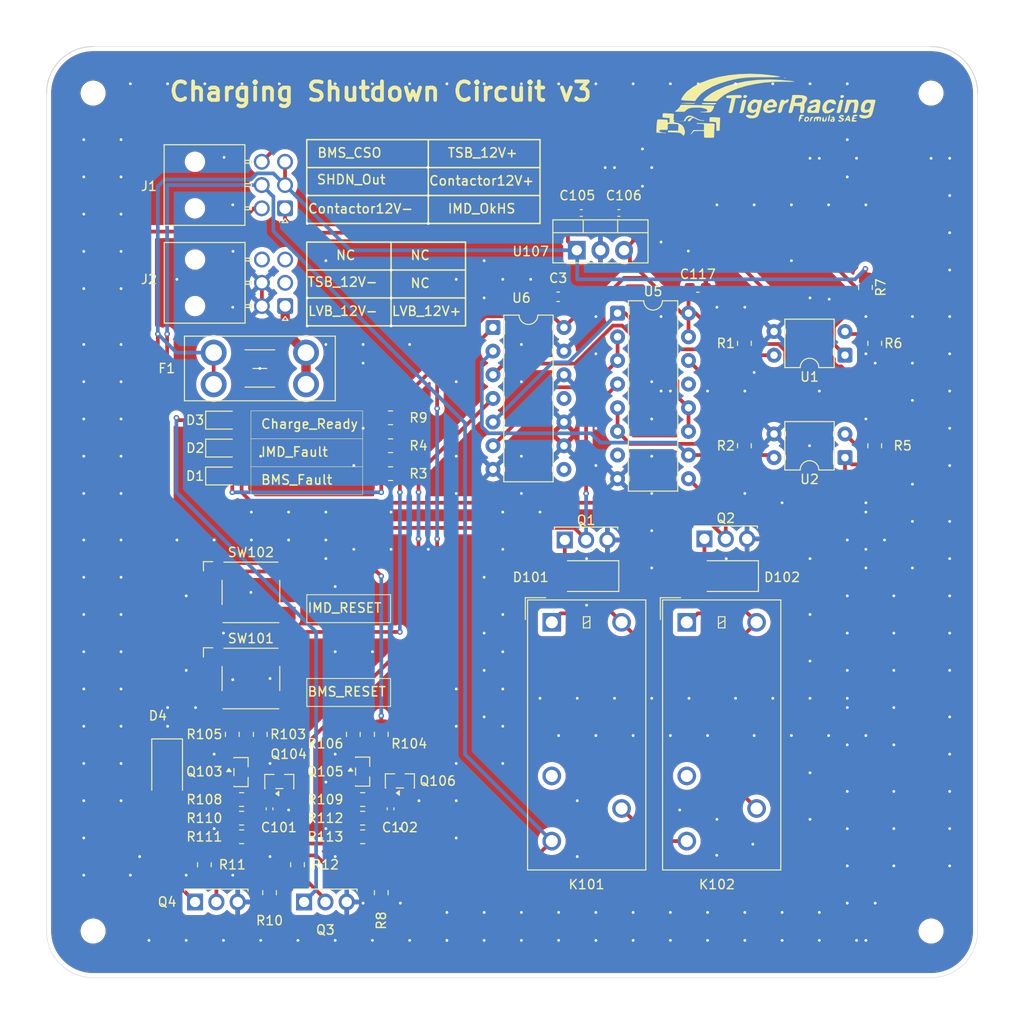
<source format=kicad_pcb>
(kicad_pcb (version 20241229) (generator "pcbnew") (generator_version "9.0")
  (layers (0 "F.Cu" signal) (2 "B.Cu" signal) (13 "F.Paste" user) (15 "B.Paste" user) (5 "F.SilkS" user "F.Silkscreen") (7 "B.SilkS" user "B.Silkscreen") (1 "F.Mask" user) (3 "B.Mask" user) (25 "Edge.Cuts" user))
  (net 0 "")
  (net 1 "+5V")
  (net 2 "GND")
  (net 3 "Net-(Q104-B)")
  (net 4 "Net-(Q103-C)")
  (net 5 "Net-(Q106-B)")
  (net 6 "Net-(Q105-C)")
  (net 7 "+12V")
  (net 8 "Net-(D1-K)")
  (net 9 "Net-(D1-A)")
  (net 10 "Net-(D2-A)")
  (net 11 "Net-(D2-K)")
  (net 12 "Net-(D3-K)")
  (net 13 "Net-(D3-A)")
  (net 14 "Net-(D101-A)")
  (net 15 "Net-(D102-A)")
  (net 16 "/+12V_LVB")
  (net 17 "/BMS_CSO")
  (net 18 "/IMD_OKhs")
  (net 21 "/Charger_SHDN")
  (net 23 "Net-(K101-Pad11)")
  (net 25 "Net-(Q103-B)")
  (net 26 "/BMS_RESET")
  (net 27 "Net-(Q105-B)")
  (net 28 "/IMD_RESET")
  (net 29 "/BMS_LV")
  (net 30 "/IMD_LV")
  (net 31 "Net-(R5-Pad1)")
  (net 32 "Net-(R6-Pad1)")
  (net 33 "Net-(R103-Pad1)")
  (net 34 "Net-(R104-Pad1)")
  (net 35 "Net-(U5A-~{S}-Pad2)")
  (net 36 "Net-(U5C-~{S}-Pad11)")
  (net 42 "Net-(Q3-G)")
  (net 43 "Net-(Q4-G)")
  (net 44 "/-12V_Contactor")
  (footprint "Capacitor_SMD:C_0402_1005Metric" (layer "F.Cu") (at 86.95 131.875 -90)
    (property "Reference" "C102")
    (property "Value" "0.01u" (hide yes))
  )
  (footprint "Resistor_SMD:R_0805_2012Metric_Pad1.20x1.40mm_HandSolder" (layer "F.Cu") (at 86.95 89.875 180)
    (property "Reference" "R9")
    (property "Value" "500" (hide yes))
  )
  (footprint "LED_SMD:LED_0805_2012Metric_Pad1.15x1.40mm_HandSolder" (layer "F.Cu") (at 68.95 93.125)
    (property "Reference" "D2")
    (property "Value" "LED" (hide yes))
  )
  (footprint "Resistor_SMD:R_0805_2012Metric_Pad1.20x1.40mm_HandSolder" (layer "F.Cu") (at 85.95 123.875 -90)
    (property "Reference" "R104")
    (property "Value" "100k" (hide yes))
  )
  (footprint "Fuse:Fuseholder_Blade_Mini_Keystone_3568" (layer "F.Cu") (at 67.95 82.875)
    (property "Reference" "F1")
    (property "Value" "Fuse" (hide yes))
  )
  (footprint "LOGO" (layer "F.Cu") (at 127.25 56.3)
    (property "Reference" "G***" (hide yes))
    (property "Value" "LOGO" (hide yes))
  )
  (footprint "Resistor_SMD:R_0805_2012Metric_Pad1.20x1.40mm_HandSolder" (layer "F.Cu") (at 72.95 123.875 -90)
    (property "Reference" "R103")
    (property "Value" "100k" (hide yes))
  )
  (footprint "Package_TO_SOT_THT:TO-251-3_Vertical" (layer "F.Cu") (at 65.95 141.875)
    (property "Reference" "Q4")
    (property "Value" "NMOS" (hide yes))
  )
  (footprint "Diode_SMD:D_SMA" (layer "F.Cu") (at 122.95 106.875 180)
    (property "Reference" "D102")
    (property "Value" "D_Schottky" (hide yes))
  )
  (footprint "Resistor_SMD:R_0805_2012Metric_Pad1.20x1.40mm_HandSolder" (layer "F.Cu") (at 69.95 123.875 90)
    (property "Reference" "R105")
    (property "Value" "10k" (hide yes))
  )
  (footprint "Package_DIP:DIP-4_W7.62mm" (layer "F.Cu") (at 135.755 94.15 180)
    (property "Reference" "U2")
    (property "Value" "SFH617A-1" (hide yes))
  )
  (footprint "Diode_SMD:D_SMA" (layer "F.Cu") (at 107.95 106.875 180)
    (property "Reference" "D101")
    (property "Value" "D_Schottky" (hide yes))
  )
  (footprint "LED_SMD:LED_0805_2012Metric_Pad1.15x1.40mm_HandSolder" (layer "F.Cu") (at 68.95 90.125)
    (property "Reference" "D3")
    (property "Value" "LED" (hide yes))
  )
  (footprint "Resistor_SMD:R_0805_2012Metric_Pad1.20x1.40mm_HandSolder" (layer "F.Cu") (at 124.95 81.875 -90)
    (property "Reference" "R1")
    (property "Value" "10k" (hide yes))
  )
  (footprint "MountingHole:MountingHole_2.2mm_M2" (layer "F.Cu") (at 55 55)
    (property "Reference" "H101" (hide yes))
    (property "Value" "MountingHole" (hide yes))
  )
  (footprint "Relay_THT:Relay_SPDT_Omron_G2RL-1" (layer "F.Cu") (at 104.2625 111.8375)
    (property "Reference" "K101")
    (property "Value" "Relay_SPDT_Omron_G2RL-1" (hide yes))
  )
  (footprint "Capacitor_SMD:C_0402_1005Metric" (layer "F.Cu") (at 111.47 67.875 180)
    (property "Reference" "C106")
    (property "Value" "0.01u" (hide yes))
  )
  (footprint "Resistor_SMD:R_0805_2012Metric_Pad1.20x1.40mm_HandSolder" (layer "F.Cu") (at 70.95 130.875)
    (property "Reference" "R108")
    (property "Value" "1k" (hide yes))
  )
  (footprint "Package_TO_SOT_SMD:SOT-23" (layer "F.Cu") (at 87.95 128.875 90)
    (property "Reference" "Q106")
    (property "Value" "Q_NPN_BEC" (hide yes))
  )
  (footprint "Resistor_SMD:R_0805_2012Metric_Pad1.20x1.40mm_HandSolder" (layer "F.Cu") (at 85.95 140.875 -90)
    (property "Reference" "R8")
    (property "Value" "10k" (hide yes))
  )
  (footprint "Resistor_SMD:R_0805_2012Metric_Pad1.20x1.40mm_HandSolder" (layer "F.Cu") (at 83.95 132.875)
    (property "Reference" "R112")
    (property "Value" "100k" (hide yes))
  )
  (footprint "Resistor_SMD:R_0805_2012Metric_Pad1.20x1.40mm_HandSolder" (layer "F.Cu") (at 124.95 92.875 -90)
    (property "Reference" "R2")
    (property "Value" "10k" (hide yes))
  )
  (footprint "LED_SMD:LED_0805_2012Metric_Pad1.15x1.40mm_HandSolder" (layer "F.Cu") (at 68.95 96.125)
    (property "Reference" "D1")
    (property "Value" "LED" (hide yes))
  )
  (footprint "Capacitor_SMD:C_0402_1005Metric" (layer "F.Cu") (at 107.43 67.875)
    (property "Reference" "C105")
    (property "Value" "0.33u" (hide yes))
  )
  (footprint "Resistor_SMD:R_0805_2012Metric_Pad1.20x1.40mm_HandSolder" (layer "F.Cu") (at 73.95 140.875 -90)
    (property "Reference" "R10")
    (property "Value" "10k" (hide yes))
  )
  (footprint "Package_TO_SOT_THT:TO-251-3_Vertical" (layer "F.Cu") (at 77.66 141.875)
    (property "Reference" "Q3")
    (property "Value" "NMOS" (hide yes))
  )
  (footprint "Resistor_SMD:R_0805_2012Metric_Pad1.20x1.40mm_HandSolder" (layer "F.Cu") (at 137.95 75.875 -90)
    (property "Reference" "R7")
    (property "Value" "1k")
  )
  (footprint "Button_Switch_SMD:SW_SPST_Omron_B3FS-100xP" (layer "F.Cu") (at 71.95 117.875)
    (property "Reference" "SW101")
    (property "Value" "SW_Omron_B3FS" (hide yes))
  )
  (footprint "Resistor_SMD:R_0805_2012Metric_Pad1.20x1.40mm_HandSolder" (layer "F.Cu") (at 83.95 130.875)
    (property "Reference" "R109")
    (property "Value" "1k" (hide yes))
  )
  (footprint "Resistor_SMD:R_0805_2012Metric_Pad1.20x1.40mm_HandSolder" (layer "F.Cu") (at 82.95 123.875 90)
    (property "Reference" "R106")
    (property "Value" "10k" (hide yes))
  )
  (footprint "Package_DIP:DIP-4_W7.62mm" (layer "F.Cu") (at 135.755 83.15 180)
    (property "Reference" "U1")
    (property "Value" "SFH617A-1" (hide yes))
  )
  (footprint "Resistor_SMD:R_0805_2012Metric_Pad1.20x1.40mm_HandSolder" (layer "F.Cu") (at 86.95 95.875 180)
    (property "Reference" "R3")
    (property "Value" "500" (hide yes))
  )
  (footprint "Resistor_SMD:R_0805_2012Metric_Pad1.20x1.40mm_HandSolder" (layer "F.Cu") (at 138.95 81.875 -90)
    (property "Reference" "R6")
    (property "Value" "1k" (hide yes))
  )
  (footprint "Capacitor_SMD:C_0603_1608Metric_Pad1.08x0.95mm_HandSolder" (layer "F.Cu") (at 104.95 76.875 180)
    (property "Reference" "C3")
    (property "Value" "100n" (hide yes))
  )
  (footprint "MountingHole:MountingHole_2.2mm_M2" (layer "F.Cu") (at 145 145)
    (property "Reference" "H103" (hide yes))
    (property "Value" "MountingHole" (hide yes))
  )
  (footprint "Resistor_SMD:R_0805_2012Metric_Pad1.20x1.40mm_HandSolder" (layer "F.Cu") (at 66.95 137.875 -90)
    (property "Reference" "R11")
    (property "Value" "100" (hide yes))
  )
  (footprint "Diode_SMD:D_SMA" (layer "F.Cu") (at 62.95 127.875 -90)
    (property "Reference" "D4")
    (property "Value" "D_Schottky" (hide yes))
  )
  (footprint "Resistor_SMD:R_0805_2012Metric_Pad1.20x1.40mm_HandSolder" (layer "F.Cu") (at 70.95 132.875)
    (property "Reference" "R110")
    (property "Value" "100k" (hide yes))
  )
  (footprint "Connector_Molex:Molex_Nano-Fit_105314-xx06_2x03_P2.50mm_Horizontal" (layer "F.Cu") (at 75.615 67.375 180)
    (property "Reference" "J1")
    (property "Value" "Molex6pin" (hide yes))
  )
  (footprint "Button_Switch_SMD:SW_SPST_Omron_B3FS-100xP" (layer "F.Cu") (at 71.95 108.625)
    (property "Reference" "SW102")
    (property "Value" "SW_Omron_B3FS" (hide yes))
  )
  (footprint "Resistor_SMD:R_0805_2012Metric_Pad1.20x1.40mm_HandSolder" (layer "F.Cu") (at 83.95 134.875)
    (property "Reference" "R113")
    (property "Value" "1k" (hide yes))
  )
  (footprint "Resistor_SMD:R_0805_2012Metric_Pad1.20x1.40mm_HandSolder" (layer "F.Cu") (at 86.95 92.875 180)
    (property "Reference" "R4")
    (property "Value" "500" (hide yes))
  )
  (footprint "Package_DIP:DIP-16_W7.62mm" (layer "F.Cu") (at 111.33 78.635)
    (property "Reference" "U5")
    (property "Value" "74LS279" (hide yes))
  )
  (footprint "Relay_THT:Relay_SPDT_Omron_G2RL-1" (layer "F.Cu") (at 118.7625 111.8375)
    (property "Reference" "K102")
    (property "Value" "Relay_SPDT_Omron_G2RL-1" (hide yes))
  )
  (footprint "Connector_Molex:Molex_Nano-Fit_105314-xx06_2x03_P2.50mm_Horizontal" (layer "F.Cu") (at 75.63 77.875 180)
    (property "Reference" "J2")
    (property "Value" "Molex6pin" (hide yes))
  )
  (footprint "Package_TO_SOT_THT:TO-251-3_Vertical" (layer "F.Cu") (at 105.66 102.995)
    (property "Reference" "Q1")
    (property "Value" "NMOS" (hide yes))
  )
  (footprint "MountingHole:MountingHole_2.2mm_M2" (layer "F.Cu") (at 145 55)
    (property "Reference" "H102" (hide yes))
    (property "Value" "MountingHole" (hide yes))
  )
  (footprint "Package_TO_SOT_THT:TO-220-3_Vertical" (layer "F.Cu") (at 106.95 71.875)
    (property "Reference" "U107")
    (property "Value" "LM7805_TO220" (hide yes))
  )
  (footprint "Package_TO_SOT_SMD:SOT-23" (layer "F.Cu") (at 70.8875 127.925)
    (property "Reference" "Q103")
    (property "Value" "Q_NPN_BEC" (hide yes))
  )
  (footprint "Resistor_SMD:R_0805_2012Metric_Pad1.20x1.40mm_HandSolder" (layer "F.Cu") (at 138.95 92.875 90)
    (property "Reference" "R5")
    (property "Value" "1k" (hide yes))
  )
  (footprint "Package_DIP:DIP-14_W7.62mm" (layer "F.Cu") (at 97.95 80.175)
    (property "Reference" "U6")
    (property "Value" "74HC00" (hide yes))
  )
  (footprint "Package_TO_SOT_SMD:SOT-23" (layer "F.Cu") (at 83.95 127.875)
    (property "Reference" "Q105")
    (property "Value" "Q_NPN_BEC" (hide yes))
  )
  (footprint "Package_TO_SOT_SMD:SOT-23" (layer "F.Cu") (at 75 128.9375 90)
    (property "Reference" "Q104")
    (property "Value" "Q_NPN_BEC" (hide yes))
  )
  (footprint "Resistor_SMD:R_0805_2012Metric_Pad1.20x1.40mm_HandSolder" (layer "F.Cu") (at 76.95 137.875 -90)
    (property "Reference" "R12")
    (property "Value" "100" (hide yes))
  )
  (footprint "MountingHole:MountingHole_2.2mm_M2" (layer "F.Cu") (at 55 145)
    (property "Reference" "H104" (hide yes))
    (property "Value" "MountingHole" (hide yes))
  )
  (footprint "Capacitor_SMD:C_0603_1608Metric_Pad1.08x0.95mm_HandSolder" (layer "F.Cu") (at 119.95 75.875)
    (property "Reference" "C117")
    (property "Value" "100n" (hide yes))
  )
  (footprint "LOGO" (layer "F.Cu") (at 119 58)
    (property "Reference" "G***" (hide yes))
    (property "Value" "LOGO" (hide yes))
  )
  (footprint "Capacitor_SMD:C_0402_1005Metric" (layer "F.Cu") (at 73.95 131.875 -90)
    (property "Reference" "C101")
    (property "Value" "0.01u" (hide yes))
  )
  (footprint "Resistor_SMD:R_0805_2012Metric_Pad1.20x1.40mm_HandSolder" (layer "F.Cu") (at 70.95 134.875)
    (property "Reference" "R111")
    (property "Value" "1k" (hide yes))
  )
  (footprint "Package_TO_SOT_THT:TO-251-3_Vertical" (layer "F.Cu") (at 120.66 102.875)
    (property "Reference" "Q2")
    (property "Value" "NMOS" (hide yes))
  )
  (gr_line (start 91 69.059066) (end 91 60) (stroke (width 0.16)) (layer "F.SilkS"))
  (gr_line (start 71.95 95.125) (end 83.95 95.125) (stroke (width 0.05)) (layer "F.SilkS"))
  (gr_line (start 77.95 71) (end 77.95 80) (stroke (width 0.16)) (layer "F.SilkS"))
  (gr_line (start 86.95 108.875) (end 86.95 111.875) (stroke (width 0.1)) (layer "F.SilkS"))
  (gr_line (start 83.95 92.125) (end 71.95 92.125) (stroke (width 0.05)) (layer "F.SilkS"))
  (gr_line (start 71.95 98.125) (end 83.95 98.125) (stroke (width 0.05)) (layer "F.SilkS"))
  (gr_line (start 77.95 120.875) (end 86.95 120.875) (stroke (width 0.1)) (layer "F.SilkS"))
  (gr_line (start 86.95 111.875) (end 77.95 111.875) (stroke (width 0.1)) (layer "F.SilkS"))
  (gr_line (start 83.95 89.125) (end 71.95 89.125) (stroke (width 0.05)) (layer "F.SilkS"))
  (gr_line (start 77.95 108.875) (end 86.95 108.875) (stroke (width 0.1)) (layer "F.SilkS"))
  (gr_line (start 103 60) (end 78 60) (stroke (width 0.16)) (layer "F.SilkS"))
  (gr_line (start 78 77) (end 95 77) (stroke (width 0.16)) (layer "F.SilkS"))
  (gr_line (start 95 71) (end 78 71) (stroke (width 0.16)) (layer "F.SilkS"))
  (gr_line (start 77.95 69) (end 103 69) (stroke (width 0.16)) (layer "F.SilkS"))
  (gr_line (start 103 60) (end 103 69) (stroke (width 0.16)) (layer "F.SilkS"))
  (gr_line (start 95 71) (end 95 80) (stroke (width 0.16)) (layer "F.SilkS"))
  (gr_line (start 83.95 98.125) (end 83.95 89.125) (stroke (width 0.05)) (layer "F.SilkS"))
  (gr_line (start 77.95 60) (end 77.95 69) (stroke (width 0.16)) (layer "F.SilkS"))
  (gr_line (start 86.95 117.875) (end 77.95 117.875) (stroke (width 0.1)) (layer "F.SilkS"))
  (gr_line (start 86.95 120.875) (end 86.95 117.875) (stroke (width 0.1)) (layer "F.SilkS"))
  (gr_line (start 78 66) (end 103 66) (stroke (width 0.16)) (layer "F.SilkS"))
  (gr_line (start 71.95 89.125) (end 71.95 98.125) (stroke (width 0.05)) (layer "F.SilkS"))
  (gr_line (start 77.95 108.875) (end 77.95 111.875) (stroke (width 0.1)) (layer "F.SilkS"))
  (gr_line (start 95 74) (end 78 74) (stroke (width 0.16)) (layer "F.SilkS"))
  (gr_line (start 87 80) (end 87 71) (stroke (width 0.16)) (layer "F.SilkS"))
  (gr_line (start 77.95 80) (end 95 80) (stroke (width 0.16)) (layer "F.SilkS"))
  (gr_line (start 77.95 117.875) (end 77.95 120.875) (stroke (width 0.1)) (layer "F.SilkS"))
  (gr_line (start 103 63) (end 78 63) (stroke (width 0.16)) (layer "F.SilkS"))
  (gr_line (start 55 50) (end 145 50) (stroke (width 0.05)) (layer "Edge.Cuts"))
  (gr_arc (start 150 145) (mid 148.535534 148.535534) (end 145 150) (stroke (width 0.05)) (layer "Edge.Cuts"))
  (gr_line (start 145 150) (end 55 150) (stroke (width 0.05)) (layer "Edge.Cuts"))
  (gr_line (start 150 55) (end 150 145) (stroke (width 0.05)) (layer "Edge.Cuts"))
  (gr_arc (start 50 55) (mid 51.464466 51.464466) (end 55 50) (stroke (width 0.1)) (layer "Edge.Cuts"))
  (gr_arc (start 55 150) (mid 51.464466 148.535534) (end 50 145) (stroke (width 0.05)) (layer "Edge.Cuts"))
  (gr_line (start 50 145) (end 50 55) (stroke (width 0.05)) (layer "Edge.Cuts"))
  (gr_arc (start 145 50) (mid 148.535534 51.464466) (end 150 55) (stroke (width 0.1)) (layer "Edge.Cuts"))
  (gr_text "Charging Shutdown Circuit v3" (at 63 56 0) (layer "F.SilkS") (effects (font (size 2 2) (thickness 0.4) (bold yes)) (justify left bottom)))
  (gr_text "IMD_OkHS" (at 93 68 0) (layer "F.SilkS") (effects (font (size 1 1) (thickness 0.16) (bold yes)) (justify left bottom)))
  (gr_text "LVB_12V-" (at 78 79 0) (layer "F.SilkS") (effects (font (size 1 1) (thickness 0.16) (bold yes)) (justify left bottom)))
  (gr_text "IMD_Fault" (at 72.95 94.125 0) (layer "F.SilkS") (effects (font (size 1 1) (thickness 0.16)) (justify left bottom)))
  (gr_text "BMS_RESET" (at 77.95 119.875 0) (layer "F.SilkS") (effects (font (size 1 1) (thickness 0.16)) (justify left bottom)))
  (gr_text "TSB_12V-" (at 77.95 75.875 0) (layer "F.SilkS") (effects (font (size 1 1) (thickness 0.16)) (justify left bottom)))
  (gr_text "NC" (at 89 76 0) (layer "F.SilkS") (effects (font (size 1 1) (thickness 0.16)) (justify left bottom)))
  (gr_text "LVB_12V+" (at 87 79 0) (layer "F.SilkS") (effects (font (size 1 1) (thickness 0.16) (bold yes)) (justify left bottom)))
  (gr_text "SHDN_Out" (at 78.95 64.875 0) (layer "F.SilkS") (effects (font (size 1 1) (thickness 0.16)) (justify left bottom)))
  (gr_text "NC" (at 89 73 0) (layer "F.SilkS") (effects (font (size 1 1) (thickness 0.16)) (justify left bottom)))
  (gr_text "Contactor12V-" (at 78 68 0) (layer "F.SilkS") (effects (font (size 1 1) (thickness 0.16) (bold yes)) (justify left bottom)))
  (gr_text "Charge_Ready" (at 72.95 91.125 0) (layer "F.SilkS") (effects (font (size 1 1) (thickness 0.16)) (justify left bottom)))
  (gr_text "TSB_12V+" (at 93 62 0) (layer "F.SilkS") (effects (font (size 1 1) (thickness 0.16)) (justify left bottom)))
  (gr_text "NC" (at 81 73 0) (layer "F.SilkS") (effects (font (size 1 1) (thickness 0.16)) (justify left bottom)))
  (gr_text "IMD_RESET" (at 77.95 110.875 0) (layer "F.SilkS") (effects (font (size 1 1) (thickness 0.16)) (justify left bottom)))
  (gr_text "BMS_Fault" (at 72.95 97.125 0) (layer "F.SilkS") (effects (font (size 1 1) (thickness 0.16)) (justify left bottom)))
  (gr_text "BMS_CSO" (at 79 62 0) (layer "F.SilkS") (effects (font (size 1 1) (thickness 0.16)) (justify left bottom)))
  (gr_text "Contactor12V+" (at 91 65 0) (layer "F.SilkS") (effects (font (size 1 1) (thickness 0.16)) (justify left bottom)))
  (segment (start 114.285 74.715) (end 118.205 78.635) (width 0.4) (layer "F.Cu") (net 1))
  (segment (start 69.95 132.875) (end 69.95 134.875) (width 0.4) (layer "F.Cu") (net 1))
  (segment (start 118.95 83.715) (end 124.95 89.715) (width 0.4) (layer "F.Cu") (net 1))
  (segment (start 82.95 132.875) (end 82.95 130.875) (width 0.4) (layer "F.Cu") (net 1))
  (segment (start 129.336 82.652529) (end 128.632471 81.949) (width 0.4) (layer "F.Cu") (net 1))
  (segment (start 121.95 80.875) (end 124.95 80.875) (width 0.4) (layer "F.Cu") (net 1))
  (segment (start 111.95 67.875) (end 113 68.925) (width 0.4) (layer "F.Cu") (net 1))
  (segment (start 87.95 88.14742) (end 87.95 89.875) (width 0.4) (layer "F.Cu") (net 1))
  (segment (start 124.95 89.715) (end 124.95 91.875) (width 0.4) (layer "F.Cu") (net 1))
  (segment (start 111.33 88.795) (end 111.33 91.335) (width 0.4) (layer "F.Cu") (net 1))
  (segment (start 112.03 74.8425) (end 109.9975 76.875) (width 0.4) (layer "F.Cu") (net 1))
  (segment (start 113 70.905) (end 112.03 71.875) (width 0.4) (layer "F.Cu") (net 1))
  (segment (start 67.95 110.875) (end 75.95 110.875) (width 0.4) (layer "F.Cu") (net 1))
  (segment (start 118.95 81.175) (end 118.95 78.635) (width 0.4) (layer "F.Cu") (net 1))
  (segment (start 112.6575 73.0875) (end 114.285 74.715) (width 0.4) (layer "F.Cu") (net 1))
  (segment (start 66.749 112.076) (end 67.95 110.875) (width 0.4) (layer "F.Cu") (net 1))
  (segment (start 112.6575 72.5025) (end 112.6575 73.0875) (width 0.4) (layer "F.Cu") (net 1))
  (segment (start 87.95 112.875) (end 75.95 112.875) (width 0.4) (layer "F.Cu") (net 1))
  (segment (start 72.57658 135.976) (end 71.051 135.976) (width 0.4) (layer "F.Cu") (net 1))
  (segment (start 67.95 120.125) (end 66.749 118.924) (width 0.4) (layer "F.Cu") (net 1))
  (segment (start 114.1575 74.8425) (end 114.285 74.715) (width 0.4) (layer "F.Cu") (net 1))
  (segment (start 71.051 135.976) (end 69.95 134.875) (width 0.4) (layer "F.Cu") (net 1))
  (segment (start 97.12342 78.974) (end 87.95 88.14742) (width 0.4) (layer "F.Cu") (net 1))
  (segment (start 67.95 120.125) (end 66.95 121.125) (width 0.4) (layer "F.Cu") (net 1))
  (segment (start 87.95 95.875) (end 87.95 97.875) (width 0.4) (layer "F.Cu") (net 1))
  (segment (start 66.95 121.125) (end 66.95 132.875) (width 0.4) (layer "F.Cu") (net 1))
  (segment (start 108.87 76.875) (end 105.57 80.175) (width 0.4) (layer "F.Cu") (net 1))
  (segment (start 124.95 90.875) (end 129.336 86.489) (width 0.4) (layer "F.Cu") (net 1))
  (segment (start 113 68.925) (end 113 70.905) (width 0.4) (layer "F.Cu") (net 1))
  (segment (start 87.95 95.875) (end 87.95 92.875) (width 0.4) (layer "F.Cu") (net 1))
  (segment (start 66.95 132.875) (end 69.95 132.875) (width 0.4) (layer "F.Cu") (net 1))
  (segment (start 128.632471 81.949) (end 126.024 81.949) (width 0.4) (layer "F.Cu") (net 1))
  (segment (start 109.9975 76.875) (end 108.87 76.875) (width 0.4) (layer "F.Cu") (net 1))
  (segment (start 118.95 78.635) (end 119.71 78.635) (width 0.4) (layer "F.Cu") (net 1))
  (segment (start 112.669 92.674) (end 124.151 92.674) (width 0.4) (layer "F.Cu") (net 1))
  (segment (start 112.03 74.8425) (end 114.1575 74.8425) (width 0.4) (layer "F.Cu") (net 1))
  (segment (start 82.95 134.875) (end 82.22342 135.60158) (width 0.4) (layer "F.Cu") (net 1))
  (segment (start 75.95 112.875) (end 75.95 110.875) (width 0.4) (layer "F.Cu") (net 1))
  (segment (start 105.57 80.175) (end 104.369 78.974) (width 0.4) (layer "F.Cu") (net 1))
  (segment (start 105.8125 76.875) (end 108.87 76.875) (width 0.4) (layer "F.Cu") (net 1))
  (segment (start 124.95 91.875) (end 124.95 90.875) (width 0.4) (layer "F.Cu") (net 1))
  (segment (start 119.71 78.635) (end 121.95 80.875) (width 0.4) (layer "F.Cu") (net 1))
  (segment (start 104.369 78.974) (end 97.12342 78.974) (width 0.4) (layer "F.Cu") (net 1))
  (segment (start 129.336 86.489) (end 129.336 82.652529) (width 0.4) (layer "F.Cu") (net 1))
  (segment (start 126.024 81.949) (end 124.95 80.875) (width 0.4) (layer "F.Cu") (net 1))
  (segment (start 118.95 76.0125) (end 119.0875 75.875) (width 0.4) (layer "F.Cu") (net 1))
  (segment (start 66.749 118.924) (end 66.749 112.076) (width 0.4) (layer "F.Cu") (net 1))
  (segment (start 67.95 120.125) (end 75.95 120.125) (width 0.4) (layer "F.Cu") (net 1))
  (segment (start 112.03 71.875) (end 112.6575 72.5025) (width 0.4) (layer "F.Cu") (net 1))
  (segment (start 87.95 89.875) (end 87.95 92.875) (width 0.4) (layer "F.Cu") (net 1))
  (segment (start 111.33 91.335) (end 112.669 92.674) (width 0.4) (layer "F.Cu") (net 1))
  (segment (start 82.22342 135.60158) (end 72.951 135.60158) (width 0.4) (layer "F.Cu") (net 1))
  (segment (start 124.151 92.674) (end 124.95 91.875) (width 0.4) (layer "F.Cu") (net 1))
  (segment (start 118.95 78.635) (end 118.95 76.0125) (width 0.4) (layer "F.Cu") (net 1))
  (segment (start 118.205 78.635) (end 118.95 78.635) (width 0.4) (layer "F.Cu") (net 1))
  (segment (start 82.95 132.875) (end 82.95 134.875) (width 0.4) (layer "F.Cu") (net 1))
  (segment (start 69.95 130.875) (end 69.95 132.875) (width 0.4) (layer "F.Cu") (net 1))
  (segment (start 72.951 135.60158) (end 72.57658 135.976) (width 0.4) (layer "F.Cu") (net 1))
  (via (at 87.95 112.875) (size 0.6) (drill 0.3) (layers "F.Cu" "B.Cu") (net 1))
  (via (at 87.95 97.875) (size 0.6) (drill 0.3) (layers "F.Cu" "B.Cu") (net 1))
  (segment (start 87.95 97.875) (end 87.95 112.875) (width 0.4) (layer "B.Cu") (net 1))
  (segment (start 73.13 75.375) (end 73.13 77.875) (width 0.4) (layer "F.Cu") (net 2))
  (via (at 108 110) (size 0.6) (drill 0.3) (layers "F.Cu" "B.Cu") (net 2))
  (via (at 54 119) (size 0.6) (drill 0.3) (layers "F.Cu" "B.Cu") (net 2))
  (via (at 143 106) (size 0.6) (drill 0.3) (layers "F.Cu" "B.Cu") (net 2))
  (via (at 147 122) (size 0.6) (drill 0.3) (layers "F.Cu" "B.Cu") (net 2))
  (via (at 73 146) (size 0.6) (drill 0.3) (layers "F.Cu" "B.Cu") (net 2))
  (via (at 136 113) (size 0.6) (drill 0.3) (layers "F.Cu" "B.Cu") (net 2))
  (via (at 141 121) (size 0.6) (drill 0.3) (layers "F.Cu" "B.Cu") (net 2))
  (via (at 58 68) (size 0.6) (drill 0.3) (layers "F.Cu" "B.Cu") (net 2))
  (via (at 63 123) (size 0.6) (drill 0.3) (layers "F.Cu" "B.Cu") (net 2))
  (via (at 76 100) (size 0.6) (drill 0.3) (layers "F.Cu" "B.Cu") (net 2))
  (via (at 116 71) (size 0.6) (drill 0.3) (layers "F.Cu" "B.Cu") (net 2))
  (via (at 68 103) (size 0.6) (drill 0.3) (layers "F.Cu" "B.Cu") (net 2))
  (via (at 115 63) (size 0.6) (drill 0.3) (layers "F.Cu" "B.Cu") (net 2))
  (via (at 78 77) (size 0.6) (drill 0.3) (layers "F.Cu" "B.Cu") (net 2))
  (via (at 136 60) (size 0.6) (drill 0.3) (layers "F.Cu" "B.Cu") (net 2))
  (via (at 76 103) (size 0.6) (drill 0.3) (layers "F.Cu" "B.Cu") (net 2))
  (via (at 109 83) (size 0.6) (drill 0.3) (layers "F.Cu" "B.Cu") (net 2))
  (via (at 94 123) (size 0.6) (drill 0.3) (layers "F.Cu" "B.Cu") (net 2))
  (via (at 85 54) (size 0.6) (drill 0.3) (layers "F.Cu" "B.Cu") (net 2))
  (via (at 58 90) (size 0.6) (drill 0.3) (layers "F.Cu" "B.Cu") (net 2))
  (via (at 129 99) (size 0.6) (drill 0.3) (layers "F.Cu" "B.Cu") (net 2))
  (via (at 132 133) (size 0.6) (drill 0.3) (layers "F.Cu" "B.Cu") (net 2))
  (via (at 147 66) (size 0.6) (drill 0.3) (layers "F.Cu" "B.Cu") (net 2))
  (via (at 83 104) (size 0.6) (drill 0.3) (layers "F.Cu" "B.Cu") (net 2))
  (via (at 94 86) (size 0.6) (drill 0.3) (layers "F.Cu" "B.Cu") (net 2))
  (via (at 130 67) (size 0.6) (drill 0.3) (layers "F.Cu" "B.Cu") (net 2))
  (via (at 136 117) (size 0.6) (drill 0.3) (layers "F.Cu" "B.Cu") (net 2))
  (via (at 139 84) (size 0.6) (drill 0.3) (layers "F.Cu" "B.Cu") (net 2))
  (via (at 136 121) (size 0.6) (drill 0.3) (layers "F.Cu" "B.Cu") (net 2))
  (via (at 89 146) (size 0.6) (drill 0.3) (layers "F.Cu" "B.Cu") (net 2))
  (via (at 71.95 108.625) (size 0.6) (drill 0.3) (layers "F.Cu" "B.Cu") (net 2))
  (via (at 80 129) (size 0.6) (drill 0.3) (layers "F.Cu" "B.Cu") (net 2))
  (via (at 143 88) (size 0.6) (drill 0.3) (layers "F.Cu" "B.Cu") (net 2))
  (via (at 70 67) (size 0.6) (drill 0.3) (layers "F.Cu" "B.Cu") (net 2))
  (via (at 147 87) (size 0.6) (drill 0.3) (layers "F.Cu" "B.Cu") (net 2))
  (via (at 132 105) (size 0.6) (drill 0.3) (layers "F.Cu" "B.Cu") (net 2))
  (via (at 94 131) (size 0.6) (drill 0.3) (layers "F.Cu" "B.Cu") (net 2))
  (via (at 138 124) (size 0.6) (drill 0.3) (layers "F.Cu" "B.Cu") (net 2))
  (via (at 139 142) (size 0.6) (drill 0.3) (layers "F.Cu" "B.Cu") (net 2))
  (via (at 111 120) (size 0.6) (drill 0.3) (layers "F.Cu" "B.Cu") (net 2))
  (via (at 143 101) (size 0.6) (drill 0.3) (layers "F.Cu" "B.Cu") (net 2))
  (via (at 132 128) (size 0.6) (drill 0.3) (layers "F.Cu" "B.Cu") (net 2))
  (via (at 115 86) (size 0.6) (drill 0.3) (layers "F.Cu" "B.Cu") (net 2))
  (via (at 64 103) (size 0.6) (drill 0.3) (layers "F.Cu" "B.Cu") (net 2))
  (via (at 54 123) (size 0.6) (drill 0.3) (layers "F.Cu" "B.Cu") (net 2))
  (via (at 97 143) (size 0.6) (drill 0.3) (layers "F.Cu" "B.Cu") (net 2))
  (via (at 99 127) (size 0.6) (drill 0.3) (layers "F.Cu" "B.Cu") (net 2))
  (via (at 147 74) (size 0.6) (drill 0.3) (layers "F.Cu" "B.Cu") (net 2))
  (via (at 58 111) (size 0.6) (drill 0.3) (layers "F.Cu" "B.Cu") (net 2))
  (via (at 109 91) (size 0.6) (drill 0.3) (layers "F.Cu" "B.Cu") (net 2))
  (via (at 136 64) (size 0.6) (drill 0.3) (layers "F.Cu" "B.Cu") (net 2))
  (via (at 97 122) (size 0.6) (drill 0.3) (layers "F.Cu" "B.Cu") (net 2))
  (via (at 101 143) (size 0.6) (drill 0.3) (layers "F.Cu" "B.Cu") (net 2))
  (via (at 65 117) (size 0.6) (drill 0.3) (layers "F.Cu" "B.Cu") (net 2))
  (via (at 122 67) (size 0.6) (drill 0.3) (layers "F.Cu" "B.Cu") (net 2))
  (via (at 97 54) (size 0.6) (drill 0.3) (layers "F.Cu" "B.Cu") (net 2))
  (via (at 54 82) (size 0.6) (drill 0.3) (layers "F.Cu" "B.Cu") (net 2))
  (via (at 126 85) (size 0.6) (drill 0.3) (layers "F.Cu" "B.Cu") (net 2))
  (via (at 111 63) (size 0.6) (drill 0.3) (layers "F.Cu" "B.Cu") (net 2))
  (via (at 113 54) (size 0.6) (drill 0.3) (layers "F.Cu" "B.Cu") (net 2))
  (via (at 54 111) (size 0.6) (drill 0.3) (layers "F.Cu" "B.Cu") (net 2))
  (via (at 81 54) (size 0.6) (drill 0.3) (layers "F.Cu" "B.Cu") (net 2))
  (via (at 138 104) (size 0.6) (drill 0.3) (layers "F.Cu" "B.Cu") (net 2))
  (via (at 109 54) (size 0.6) (drill 0.3) (layers "F.Cu" "B.Cu") (net 2))
  (via (at 128 120) (size 0.6) (drill 0.3) (layers "F.Cu" "B.Cu") (net 2))
  (via (at 54 90) (size 0.6) (drill 0.3) (layers "F.Cu" "B.Cu") (net 2))
  (via (at 54 98) (size 0.6) (drill 0.3) (layers "F.Cu" "B.Cu") (net 2))
  (via (at 105 143) (size 0.6) (drill 0.3) (layers "F.Cu" "B.Cu") (net 2))
  (via (at 136 138) (size 0.6) (drill 0.3) (layers "F.Cu" "B.Cu") (net 2))
  (via (at 80 134) (size 0.6) (drill 0.3) (layers "F.Cu" "B.Cu") (net 2))
  (via (at 97 73) (size 0.6) (drill 0.3) (layers "F.Cu" "B.Cu") (net 2))
  (via (at 117 54) (size 0.6) (drill 0.3) (layers "F.Cu" "B.Cu") (net 2))
  (via (at 54 76) (size 0.6) (drill 0.3) (layers "F.Cu" "B.Cu") (net 2))
  (via (at 83 95) (size 0.6) (drill 0.3) (layers "F.Cu" "B.Cu") (net 2))
  (via (at 81 126) (size 0.6) (drill 0.3) (layers "F.Cu" "B.Cu") (net 2))
  (via (at 105 54) (size 0.6) (drill 0.3) (layers "F.Cu" "B.Cu") (net 2))
  (via (at 72.91 84.575) (size 0.6) (drill 0.3) (layers "F.Cu" "B.Cu") (net 2))
  (via (at 136 103) (size 0.6) (drill 0.3) (layers "F.Cu" "B.Cu") (net 2))
  (via (at 138 79) (size 0.6) (drill 0.3) (layers "F.Cu" "B.Cu") (net 2))
  (via (at 101 54) (size 0.6) (drill 0.3) (layers "F.Cu" "B.Cu") (net 2))
  (via (at 101 98) (size 0.6) (drill 0.3) (layers "F.Cu" "B.Cu") (net 2))
  (via (at 90 131) (size 0.6) (drill 0.3) (layers "F.Cu" "B.Cu") (net 2))
  (via (at 58 64) (size 0.6) (drill 0.3) (layers "F.Cu" "B.Cu") (net 2))
  (via (at 77 146) (size 0.6) (drill 0.3) (layers "F.Cu" "B.Cu") (net 2))
  (via (at 109 143) (size 0.6) (drill 0.3) (layers "F.Cu" "B.Cu") (net 2))
  (via (at 138 106) (size 0.6) (drill 0.3) (layers "F.Cu" "B.Cu") (net 2))
  (via (at 54 64) (size 0.6) (drill 0.3) (layers "F.Cu" "B.Cu") (net 2))
  (via (at 72 103) (size 0.6) (drill 0.3) (layers "F.Cu" "B.Cu") (net 2))
  (via (at 89 54) (size 0.6) (drill 0.3) (layers "F.Cu" "B.Cu") (net 2))
  (via (at 81 115) (size 0.6) (drill 0.3) (layers "F.Cu" "B.Cu") (net 2))
  (via (at 109 79) (size 0.6) (drill 0.3) (layers "F.Cu" "B.Cu") (net 2))
  (via (at 118.927404 71.963702) (size 0.6) (drill 0.3) (layers "F.Cu" "B.Cu") (net 2))
  (via (at 110 63) (size 0.6) (drill 0.3) (layers "F.Cu" "B.Cu") (net 2))
  (via (at 132 62) (size 0.6) (drill 0.3) (layers "F.Cu" "B.Cu") (net 2))
  (via (at 136 120) (size 0.6) (drill 0.3) (layers "F.Cu" "B.Cu") (net 2))
  (via (at 68 126) (size 0.6) (drill 0.3) (layers "F.Cu" "B.Cu") (net 2))
  (via (at 117 124) (size 0.6) (drill 0.3) (layers "F.Cu" "B.Cu") (net 2))
  (via (at 132 77) (size 0.6) (drill 0.3) (layers "F.Cu" "B.Cu") (net 2))
  (via (at 64 75) (size 0.6) (drill 0.3) (layers "F.Cu" "B.Cu") (net 2))
  (via (at 101 94) (size 0.6) (drill 0.3) (layers "F.Cu" "B.Cu") (net 2))
  (via (at 147 83) (size 0.6) (drill 0.3) (layers "F.Cu" "B.Cu") (net 2))
  (via (at 136 54) (size 0.6) (drill 0.3) (layers "F.Cu" "B.Cu") (net 2))
  (via (at 63 54) (size 0.6) (drill 0.3) (layers "F.Cu" "B.Cu") (net 2))
  (via (at 58 123) (size 0.6) (drill 0.3) (layers "F.Cu" "B.Cu") (net 2))
  (via (at 74 117.875) (size 0.6) (drill 0.3) (layers "F.Cu" "B.Cu") (net 2))
  (via (at 87 77) (size 0.6) (drill 0.3) (layers "F.Cu" "B.Cu") (net 2))
  (via (at 70 118) (size 0.6) (drill 0.3) (layers "F.Cu" "B.Cu") (net 2))
  (via (at 80 100) (size 0.6) (drill 0.3) (layers "F.Cu" "B.Cu") (net 2))
  (via (at 88 134) (size 0.6) (drill 0.3) (layers "F.Cu" "B.Cu") (net 2))
  (via (at 125 78) (size 0.6) (drill 0.3) (layers "F.Cu" "B.Cu") (net 2))
  (via (at 120 54) (size 0.6) (drill 0.3) (layers "F.Cu" "B.Cu") (net 2))
  (via (at 147 70) (size 0.6) (drill 0.3) (layers "F.Cu" "B.Cu") (net 2))
  (via (at 133 146) (size 0.6) (drill 0.3) (layers "F.Cu" "B.Cu") (net 2))
  (via (at 59 139) (size 0.6) (drill 0.3) (layers "F.Cu" "B.Cu") (net 2))
  (via (at 54 131) (size 0.6) (drill 0.3) (layers "F.Cu" "B.Cu") (net 2))
  (via (at 58 94) (size 0.6) (drill 0.3) (layers "F.Cu" "B.Cu") (net 2))
  (via (at 89 82) (size 0.6) (drill 0.3) (layers "F.Cu" "B.Cu") (net 2))
  (via (at 136 142) (size 0.6) (drill 0.3) (layers "F.Cu" "B.Cu") (net 2))
  (via (at 105 146) (size 0.6) (drill 0.3) (layers "F.Cu" "B.Cu") (net 2))
  (via (at 90.95758 62.992583) (size 0.6) (drill 0.3) (layers "F.Cu" "B.Cu") (net 2))
  (via (at 94 94) (size 0.6) (drill 0.3) (layers "F.Cu" "B.Cu") (net 2))
  (via (at 87 100) (size 0.6) (drill 0.3) (layers "F.Cu" "B.Cu") (net 2))
  (via (at 94 75) (size 0.6) (drill 0.3) (layers "F.Cu" "B.Cu") (net 2))
  (via (at 54 72) (size 0.6) (drill 0.3) (layers "F.Cu" "B.Cu") (net 2))
  (via (at 54 135) (size 0.6) (drill 0.3) (layers "F.Cu" "B.Cu") (net 2))
  (via (at 113 124) (size 0.6) (drill 0.3) (layers "F.Cu" "B.Cu") (net 2))
  (via (at 147 130) (size 0.6) (drill 0.3) (layers "F.Cu" "B.Cu") (net 2))
  (via (at 113 146) (size 0.6) (drill 0.3) (layers "F.Cu" "B.Cu") (net 2))
  (via (at 103 120) (size 0.6) (drill 0.3) (layers "F.Cu" "B.Cu") (net 2))
  (via (at 84 84) (size 0.6) (drill 0.3) (layers "F.Cu" "B.Cu") (net 2))
  (via (at 143 79) (size 0.6) (drill 0.3) (layers "F.Cu" "B.Cu") (net 2))
  (via (at 126 67) (size 0.6) (drill 0.3) (layers "F.Cu" "B.Cu") (net 2))
  (via (at 70 78) (size 0.6) (drill 0.3) (layers "F.Cu" "B.Cu") (net 2))
  (via (at 121.983685 136.859616) (size 0.6) (drill 0.3) (layers "F.Cu" "B.Cu") (net 2))
  (via (at 76 132) (size 0.6) (drill 0.3) (layers "F.Cu" "B.Cu") (net 2))
  (via (at 97 113) (size 0.6) (drill 0.3) (layers "F.Cu" "B.Cu") (net 2))
  (via (at 133 87) (size 0.6) (drill 0.3) (layers "F.Cu" "B.Cu") (net 2))
  (via (at 58 86) (size 0.6) (drill 0.3) (layers "F.Cu" "B.Cu") (net 2))
  (via (at 75 54) (size 0.6) (drill 0.3) (layers "F.Cu" "B.Cu") (net 2))
  (via (at 97 107) (size 0.6) (drill 0.3) (layers "F.Cu" "B.Cu") (net 2))
  (via (at 84 91) (size 0.6) (drill 0.3) (layers "F.Cu" "B.Cu") (net 2))
  (via (at 54 139) (size 0.6) (drill 0.3) (layers "F.Cu" "B.Cu") (net 2))
  (via (at 107 137) (size 0.6) (drill 0.3) (layers "F.Cu" "B.Cu") (net 2))
  (via (at 103 100) (size 0.6) (drill 0.3) (layers "F.Cu" "B.Cu") (net 2))
  (via (at 94 119) (size 0.6) (drill 0.3) (layers "F.Cu" "B.Cu") (net 2))
  (via (at 132 120) (size 0.6) (drill 0.3) (layers "F.Cu" "B.Cu") (net 2))
  (via (at 69 146) (size 0.6) (drill 0.3) (layers "F.Cu" "B.Cu") (net 2))
  (via (at 136 109) (size 0.6) (drill 0.3) (layers "F.Cu" "B.Cu") (net 2))
  (via (at 87 104) (size 0.6) (drill 0.3) (layers "F.Cu" "B.Cu") (net 2))
  (via (at 141 113) (size 0.6) (drill 0.3) (layers "F.Cu" "B.Cu") (net 2))
  (via (at 147 117) (size 0.6) (drill 0.3) (layers "F.Cu" "B.Cu") (net 2))
  (via (at 97 146) (size 0.6) (drill 0.3) (layers "F.Cu" "B.Cu") (net 2))
  (via (at 70.024878 71.996625) (size 0.6) (drill 0.3) (layers "F.Cu" "B.Cu") (net 2))
  (via (at 133 143) (size 0.6) (drill 0.3) (layers "F.Cu" "B.Cu") (net 2))
  (via (at 54 86) (size 0.6) (drill 0.3) (layers "F.Cu" "B.Cu") (net 2))
  (via (at 69.065443 61.903369) (size 0.6) (drill 0.3) (layers "F.Cu" "B.Cu") (net 2))
  (via (at 129 143) (size 0.6) (drill 0.3) (layers "F.Cu" "B.Cu") (net 2))
  (via (at 141 138) (size 0.6) (drill 0.3) (layers "F.Cu" "B.Cu") (net 2))
  (via (at 132 116) (size 0.6) (drill 0.3) (layers "F.Cu" "B.Cu") (net 2))
  (via (at 114 65) (size 0.6) (drill 0.3) (layers "F.Cu" "B.Cu") (net 2))
  (via (at 138 99) (size 0.6) (drill 0.3) (layers "F.Cu" "B.Cu") (net 2))
  (via (at 115 90) (size 0.6) (drill 0.3) (layers "F.Cu" "B.Cu") (net 2))
  (via (at 58 60) (size 0.6) (drill 0.3) (layers "F.Cu" "B.Cu") (net 2))
  (via (at 73 94) (size 0.6) (drill 0.3) (layers "F.Cu" "B.Cu") (net 2))
  (via (at 138 83) (size 0.6) (drill 0.3) (layers "F.Cu" "B.Cu") (net 2))
  (via (at 126 124) (size 0.6) (drill 0.3) (layers "F.Cu" "B.Cu") (net 2))
  (via (at 143 84) (size 0.6) (drill 0.3) (layers "F.Cu" "B.Cu") (net 2))
  (via (at 134.06099 77.138918) (size 0.6) (drill 0.3) (layers "F.Cu" "B.Cu") (net 2))
  (via (at 141 109) (size 0.6) (drill 0.3) (layers "F.Cu" "B.Cu") (net 2))
  (via (at 99 123) (size 0.6) (drill 0.3) (layers "F.Cu" "B.Cu") (net 2))
  (via (at 54 94) (size 0.6) (drill 0.3) (layers "F.Cu" "B.Cu") (net 2))
  (via (at 74 127) (size 0.6) (drill 0.3) (layers "F.Cu" "B.Cu") (net 2))
  (via (at 121 124) (size 0.6) (drill 0.3) (layers "F.Cu" "B.Cu") (net 2))
  (via (at 54 107) (size 0.6) (drill 0.3) (layers "F.Cu" "B.Cu") (net 2))
  (via (at 85 115) (size 0.6) (drill 0.3) (layers "F.Cu" "B.Cu") (net 2))
  (via (at 65 109) (size 0.6) (drill 0.3) (layers "F.Cu" "B.Cu") (net 2))
  (via (at 70 139) (size 0.6) (drill 0.3) (layers "F.Cu" "B.Cu") (net 2))
  (via (at 124 54) (size 0.6) (drill 0.3) (layers "F.Cu" "B.Cu") (net 2))
  (via (at 147 109) (size 0.6) (drill 0.3) (layers "F.Cu" "B.Cu") (net 2))
  (via (at 54 115) (size 0.6) (drill 0.3) (layers "F.Cu" "B.Cu") (net 2))
  (via (at 140 103) (size 0.6) (drill 0.3) (layers "F.Cu" "B.Cu") (net 2))
  (via (at 74 137) (size 0.6) (drill 0.3) (layers "F.Cu" "B.Cu") (net 2))
  (via (at 69 113) (size 0.6) (drill 0.3) (layers "F.Cu" "B.Cu") (net 2))
  (via (at 113 143) (size 0.6) (drill 0.3) (layers "F.Cu" "B.Cu") (net 2))
  (via (at 91 69) (size 0.6) (drill 0.3) (layers "F.Cu" "B.Cu") (net 2))
  (via (at 147 134) (size 0.6) (drill 0.3) (layers "F.Cu" "B.Cu") (net 2))
  (via (at 93 54) (size 0.6) (drill 0.3) (layers "F.Cu" "B.Cu") (net 2))
  (via (at 81 108) (size 0.6) (drill 0.3) (layers "F.Cu" "B.Cu") (net 2))
  (via (at 91 104) (size 0.6) (drill 0.3) (layers "F.Cu" "B.Cu") (net 2))
  (via (at 78 66) (size 0.6) (drill 0.3) (layers "F.Cu" "B.Cu") (net 2))
  (via (at 58 98) (size 0.6) (drill 0.3) (layers "F.Cu" "B.Cu") (net 2))
  (via (at 134 67) (size 0.6) (drill 0.3) (layers "F.Cu" "B.Cu") (net 2))
  (via (at 80 73) (size 0.6) (drill 0.3) (layers "F.Cu" "B.Cu") (net 2))
  (via (at 54 127) (size 0.6) (drill 0.3) (layers "F.Cu" "B.Cu") (net 2))
  (via (at 115 94) (size 0.6) (drill 0.3) (layers "F.Cu" "B.Cu") (net 2))
  (via (at 97 117) (size 0.6) (drill 0.3) (layers "F.Cu" "B.Cu") (net 2))
  (via (at 118 132) (size 0.6) (drill 0.3) (layers "F.Cu" "B.Cu") (net 2))
  (via (at 117 146) (size 0.6) (drill 0.3) (layers "F.Cu" "B.Cu") (net 2))
  (via (at 101 86) (size 0.6) (drill 0.3) (layers "F.Cu" "B.Cu") (net 2))
  (via (at 123 105) (size 0.6) (drill 0.3) (layers "F.Cu" "B.Cu") (net 2))
  (via (at 58 82) (size 0.6) (drill 0.3) (layers "F.Cu" "B.Cu") (net 2))
  (via (at 97 77) (size 0.6) (drill 0.3) (layers "F.Cu" "B.Cu") (net 2))
  (via (at 60 137) (size 0.6) (drill 0.3) (layers "F.Cu" "B.Cu") (net 2))
  (via (at 78 69) (size 0.6) (drill 0.3) (layers "F.Cu" "B.Cu") (net 2))
  (via (at 101 82) (size 0.6) (drill 0.3) (layers "F.Cu" "B.Cu") (net 2))
  (via (at 137 146) (size 0.6) (drill 0.3) (layers "F.Cu" "B.Cu") (net 2))
  (via (at 125 143) (size 0.6) (drill 0.3) (layers "F.Cu" "B.Cu") (net 2))
  (via (at 58 72) (size 0.6) (drill 0.3) (layers "F.Cu" "B.Cu") (net 2))
  (via (at 115 106) (size 0.6) (drill 0.3) (layers "F.Cu" "B.Cu") (net 2))
  (via (at 71 54) (size 0.6) (drill 0.3) (layers "F.Cu" "B.Cu") (net 2))
  (via (at 99 115) (size 0.6) (drill 0.3) (layers "F.Cu" "B.Cu") (net 2))
  (via (at 94 98) (size 0.6) (drill 0.3) (layers "F.Cu" "B.Cu") (net 2))
  (via (at 121 143) (size 0.6) (drill 0.3) (layers "F.Cu" "B.Cu") (net 2))
  (via (at 130 124) (size 0.6) (drill 0.3) (layers "F.Cu" "B.Cu") (net 2))
  (via (at 121 87) (size 0.6) (drill 0.3) (layers "F.Cu" "B.Cu") (net 2))
  (via (at 58 131) (size 0.6) (drill 0.3) (layers "F.Cu" "B.Cu") (net 2))
  (via (at 65 146) (size 0.6) (drill 0.3) (layers "F.Cu" "B.Cu") (net 2))
  (via (at 80 82) (size 0.6) (drill 0.3) (layers "F.Cu" "B.Cu") (net 2))
  (via (at 87 80) (size 0.6) (drill 0.3) (layers "F.Cu" "B.Cu") (net 2))
  (via (at 61 146) (size 0.6) (drill 0.3) (layers "F.Cu" "B.Cu") (net 2))
  (via (at 147 138) (size 0.6) (drill 0.3) (layers "F.Cu" "B.Cu") (net 2))
  (via (at 138 146) (size 0.6) (drill 0.3) (layers "F.Cu" "B.Cu") (net 2))
  (via (at 109 95) (size 0.6) (drill 0.3) (layers "F.Cu" "B.Cu") (net 2))
  (via (at 116 87) (size 0.6) (drill 0.3) (layers "F.Cu" "B.Cu") (net 2))
  (via (at 125 87) (size 0.6) (drill 0.3) (layers "F.Cu" "B.Cu") (net 2))
  (via (at 54 60) (size 0.6) (drill 0.3) (layers "F.Cu" "B.Cu") (net 2))
  (via (at 81 137) (size 0.6) (drill 0.3) (layers "F.Cu" "B.Cu") (net 2))
  (via (at 141 125) (size 0.6) (drill 0.3) (layers "F.Cu" "B.Cu") (net 2))
  (via (at 99 100) (size 0.6) (drill 0.3) (layers "F.Cu" "B.Cu") (net 2))
  (via (at 147 105) (size 0.6) (drill 0.3) (layers "F.Cu" "B.Cu") (net 2))
  (via (at 101 146) (size 0.6) (drill 0.3) (layers "F.Cu" "B.Cu") (net 2))
  (via (at 117 87) (size 0.6) (drill 0.3) (layers "F.Cu" "B.Cu") (net 2))
  (via (at 99 119) (size 0.6) (drill 0.3) (layers "F.Cu" "B.Cu") (net 2))
  (via (at 102 75) (size 0.6) (drill 0.3) (layers "F.Cu" "B.Cu") (net 2))
  (via (at 145 62) (size 0.6) (drill 0.3) (layers "F.Cu" "B.Cu") (net 2))
  (via (at 114 61) (size 0.6) (drill 0.3) (layers "F.Cu" "B.Cu") (net 2))
  (via (at 122 78) (size 0.6) (drill 0.3) (layers "F.Cu" "B.Cu") (net 2))
  (via (at 117 143) (size 0.6) (drill 0.3) (layers "F.Cu" "B.Cu") (net 2))
  (via (at 84 82) (size 0.6) (drill 0.3) (layers "F.Cu" "B.Cu") (net 2))
  (via (at 93 146) (size 0.6) (drill 0.3) (layers "F.Cu" "B.Cu") (net 2))
  (via (at 134 124) (size 0.6) (drill 0.3) (layers "F.Cu" "B.Cu") (net 2))
  (via (at 141 134) (size 0.6) (drill 0.3) (layers "F.Cu" "B.Cu") (net 2))
  (via (at 125.859802 135.669917) (size 0.6) (drill 0.3) (layers "F.Cu" "B.Cu") (net 2))
  (via (at 121 146) (size 0.6) (drill 0.3) (layers "F.Cu" "B.Cu") (net 2))
  (via (at 59 54) (size 0.6) (drill 0.3) (layers "F.Cu" "B.Cu") (net 2))
  (via (at 125 98) (size 0.6) (drill 0.3) (layers "F.Cu" "B.Cu") (net 2))
  (via (at 54 68) (size 0.6) (drill 0.3) (layers "F.Cu" "B.Cu") (net 2))
  (via (at 81 146) (size 0.6) (drill 0.3) (layers "F.Cu" "B.Cu") (net 2))
  (via (at 94 135) (size 0.6) (drill 0.3) (layers "F.Cu" "B.Cu") (net 2))
  (via (at 147 79) (size 0.6) (drill 0.3) (layers "F.Cu" "B.Cu") (net 2))
  (via (at 147 101) (size 0.6) (drill 0.3) (layers "F.Cu" "B.Cu") (net 2))
  (via (at 138 90) (size 0.6) (drill 0.3) (layers "F.Cu" "B.Cu") (net 2))
  (via (at 66 121) (size 0.6) (drill 0.3) (layers "F.Cu" "B.Cu") (net 2))
  (via (at 125 146) (size 0.6) (drill 0.3) (layers "F.Cu" "B.Cu") (net 2))
  (via (at 99 75) (size 0.6) (drill 0.3) (layers "F.Cu" "B.Cu") (net 2))
  (via (at 58 127) (size 0.6) (drill 0.3) (layers "F.Cu" "B.Cu") (net 2))
  (via (at 116 79) (size 0.6) (drill 0.3) (layers "F.Cu" "B.Cu") (net 2))
  (via (at 141 130) (size 0.6) (drill 0.3) (layers "F.Cu" "B.Cu") (net 2))
  (via (at 143 97) (size 0.6) (drill 0.3) (layers "F.Cu" "B.Cu") (net 2))
  (via (at 147 126) (size 0.6) (drill 0.3) (layers "F.Cu" "B.Cu") (net 2))
  (via (at 94 127) (size 0.6) (drill 0.3) (layers "F.Cu" "B.Cu") (net 2))
  (via (at 109 124) (size 0.6) (drill 0.3) (layers "F.Cu" "B.Cu") (net 2))
  (via (at 109 146) (size 0.6) (drill 0.3) (layers "F.Cu" "B.Cu") (net 2))
  (via (at 119 120) (size 0.6) (drill 0.3) (layers "F.Cu" "B.Cu") (net 2))
  (via (at 99 111) (size 0.6) (drill 0.3) (layers "F.Cu" "B.Cu") (net 2))
  (via (at 115 102) (size 0.6) (drill 0.3) (layers "F.Cu" "B.Cu") (net 2))
  (via (at 130 73) (size 0.6) (drill 0.3) (layers "F.Cu" "B.Cu") (net 2))
  (via (at 68 134) (size 0.6) (drill 0.3) (layers "F.Cu" "B.Cu") (net 2))
  (via (at 147 62) (size 0.6) (drill 0.3) (layers "F.Cu" "B.Cu") (net 2))
  (via (at 129 146) (size 0.6) (drill 0.3) (layers "F.Cu" "B.Cu") (net 2))
  (via (at 133 62) (size 0.6) (drill 0.3) (layers "F.Cu" "B.Cu") (net 2))
  (via (at 122 133) (size 0.6) (drill 0.3) (layers "F.Cu" "B.Cu") (net 2))
  (via (at 54 103) (size 0.6) (drill 0.3) (layers "F.Cu" "B.Cu") (net 2))
  (via (at 137 62) (size 0.6) (drill 0.3) (layers "F.Cu" "B.Cu") (net 2))
  (via (at 93 143) (size 0.6) (drill 0.3) (layers "F.Cu" "B.Cu") (net 2))
  (via (at 147 113) (size 0.6) (drill 0.3) (layers "F.Cu" "B.Cu") (net 2))
  (via (at 58 76) (size 0.6) (drill 0.3) (layers "F.Cu" "B.Cu") (net 2))
  (via (at 147 91) (size 0.6) (drill 0.3) (layers "F.Cu" "B.Cu") (net 2))
  (via (at 84 142) (size 0.6) (drill 0.3) (layers "F.Cu" "B.Cu") (net 2))
  (via (at 63 121) (size 0.6) (drill 0.3) (layers "F.Cu" "B.Cu") (net 2))
  (via (at 128 54) (size 0.6) (drill 0.3) (layers "F.Cu" "B.Cu") (net 2))
  (via (at 99 104) (size 0.6) (drill 0.3) (layers "F.Cu" "B.Cu") (net 2))
  (via (at 136 125) (size 0.6) (drill 0.3) (layers "F.Cu" "B.Cu") (net 2))
  (via (at 107 120) (size 0.6) (drill 0.3) (layers "F.Cu" "B.Cu") (net 2))
  (via (at 80 103) (size 0.6) (drill 0.3) (layers "F.Cu" "B.Cu") (net 2))
  (via (at 141 117) (size 0.6) (drill 0.3) (layers "F.Cu" "B.Cu") (net 2))
  (via (at 58 103) (size 0.6) (drill 0.3) (layers "F.Cu" "B.Cu") (net 2))
  (via (at 107 131) (size 0.6) (drill 0.3) (layers "F.Cu" "B.Cu") (net 2))
  (via (at 136 134) (size 0.6) (drill 0.3) (layers "F.Cu" "B.Cu") (net 2))
  (via (at 105 124) (size 0.6) (drill 0.3) (layers "F.Cu" "B.Cu") (net 2))
  (via (at 115 120) (size 0.6) (drill 0.3) (layers "F.Cu" "B.Cu") (net 2))
  (via (at 78 80) (size 0.6) (drill 0.3) (layers "F.Cu" "B.Cu") (net 2))
  (via (at 132 111) (size 0.6) (drill 0.3) (layers "F.Cu" "B.Cu") (net 2))
  (via (at 58 115) (size 0.6) (drill 0.3) (layers "F.Cu" "B.Cu") (net 2))
  (via (at 138 67) (size 0.6) (drill 0.3) (layers "F.Cu" "B.Cu") (net 2))
  (via (at 58 107) (size 0.6) (drill 0.3) (layers "F.Cu" "B.Cu") (net 2))
  (via (at 87 74) (size 0.6) (drill 0.3) (layers "F.Cu" "B.Cu") (net 2))
  (via (at 91 66) (size 0.6) (drill 0.3) (layers "F.Cu" "B.Cu") (net 2))
  (via (at 80 105) (size 0.6) (drill 0.3) (layers "F.Cu" "B.Cu") (net 2))
  (via (at 132 54) (size 0.6) (drill 0.3) (layers "F.Cu" "B.Cu") (net 2))
  (via (at 131.95 92.875) (size 0.6) (drill 0.3) (layers "F.Cu" "B.Cu") (net 2))
  (via (at 85 146) (size 0.6) (drill 0.3) (layers "F.Cu" "B.Cu") (net 2))
  (via (at 72 100) (size 0.6) (drill 0.3) (layers "F.Cu" "B.Cu") (net 2))
  (via (at 58 119) (size 0.6) (drill 0.3) (layers "F.Cu" "B.Cu") (net 2))
  (via (at 108 105) (size 0.6) (drill 0.3) (layers "F.Cu" "B.Cu") (net 2))
  (via (at 138 100) (size 0.6) (drill 0.3) (layers "F.Cu" "B.Cu") (net 2))
  (via (at 88 142) (size 0.6) (drill 0.3) (layers "F.Cu" "B.Cu") (net 2))
  (via (at 136 130) (size 0.6) (drill 0.3) (layers "F.Cu" "B.Cu") (net 2))
  (via (at 147 95) (size 0.6) (drill 0.3) (layers "F.Cu" "B.Cu") (net 2))
  (via (at 124 120) (size 0.6) (drill 0.3) (layers "F.Cu" "B.Cu") (net 2))
  (via (at 65 139) (size 0.6) (drill 0.3) (layers "F.Cu" "B.Cu") (net 2))
  (via (at 67 54) (size 0.6) (drill 0.3) (layers "F.Cu" "B.Cu") (net 2))
  (via (at 115 98) (size 0.6) (drill 0.3) (layers "F.Cu" "B.Cu") (net 2))
  (segment (start 73.95 132.355) (end 74.259999 132.355) (width 0.4) (layer "F.Cu") (net 3))
  (segment (start 73.95 132.355) (end 72.47 132.355) (width 0.4) (layer "F.Cu") (net 3))
  (segment (start 74.95 130.775) (end 74.05 129.875) (width 0.4) (layer "F.Cu") (net 3))
  (segment (start 74.95 131.664999) (end 74.95 130.775) (width 0.4) (layer "F.Cu") (net 3))
  (segment (start 72.47 132.355) (end 71.95 132.875) (width 0.4) (layer "F.Cu") (net 3))
  (segment (start 74.259999 132.355) (end 74.95 131.664999) (width 0.4) (layer "F.Cu") (net 3))
  (segment (start 72.47 131.395) (end 71.95 130.875) (width 0.4) (layer "F.Cu") (net 4))
  (segment (start 73.95 131.395) (end 72.47 131.395) (width 0.4) (layer "F.Cu") (net 4))
  (segment (start 71.825 130.75) (end 71.95 130.875) (width 0.4) (layer "F.Cu") (net 4))
  (segment (start 71.825 127.925) (end 71.825 130.75) (width 0.4) (layer "F.Cu") (net 4))
  (segment (start 86.95 132.355) (end 85.47 132.355) (width 0.4) (layer "F.Cu") (net 5))
  (segment (start 87.06897 132.355) (end 87.661 131.76297) (width 0.4) (layer "F.Cu") (net 5))
  (segment (start 87.661 131.76297) (end 87.661 130.4735) (width 0.4) (layer "F.Cu") (net 5))
  (segment (start 85.47 132.355) (end 84.95 132.875) (width 0.4) (layer "F.Cu") (net 5))
  (segment (start 86.95 132.355) (end 87.06897 132.355) (width 0.4) (layer "F.Cu") (net 5))
  (segment (start 87.661 130.4735) (end 87 129.8125) (width 0.4) (layer "F.Cu") (net 5))
  (segment (start 84.95 130.875) (end 84.95 127.9375) (width 0.4) (layer "F.Cu") (net 6))
  (segment (start 84.95 130.875) (end 86.43 130.875) (width 0.4) (layer "F.Cu") (net 6))
  (segment (start 84.95 127.9375) (end 84.8875 127.875) (width 0.4) (layer "F.Cu") (net 6))
  (segment (start 86.43 130.875) (end 86.95 131.395) (width 0.4) (layer "F.Cu") (net 6))
  (segment (start 126.2625 131.8375) (end 122.225 127.8) (width 0.4) (layer "F.Cu") (net 7))
  (segment (start 75.615 62.375) (end 75.615 64.875) (width 0.4) (layer "F.Cu") (net 7))
  (segment (start 137.95 74.875) (end 140.051 76.976) (width 0.4) (layer "F.Cu") (net 7))
  (segment (start 61.95 124.875) (end 61.95 80.866364) (width 0.4) (layer "F.Cu") (net 7))
  (segment (start 136.481 94.876) (end 135.755 94.15) (width 0.4) (layer "F.Cu") (net 7))
  (segment (start 111.7625 111.8375) (end 115.8 115.875) (width 0.4) (layer "F.Cu") (net 7))
  (segment (start 140.051 94.50158) (end 139.67658 94.876) (width 0.4) (layer "F.Cu") (net 7))
  (segment (start 124.95 110.525) (end 126.2625 111.8375) (width 0.4) (layer "F.Cu") (net 7))
  (segment (start 124.95 106.875) (end 124.95 110.525) (width 0.4) (layer "F.Cu") (net 7))
  (segment (start 122.225 115.875) (end 126.2625 111.8375) (width 0.4) (layer "F.Cu") (net 7))
  (segment (start 139.67658 94.876) (end 136.481 94.876) (width 0.4) (layer "F.Cu") (net 7))
  (segment (start 140.051 76.976) (end 140.051 94.50158) (width 0.4) (layer "F.Cu") (net 7))
  (segment (start 106 70.925) (end 106.95 71.875) (width 0.4) (layer "F.Cu") (net 7))
  (segment (start 109.95 110.025) (end 111.7625 111.8375) (width 0.4) (layer "F.Cu") (net 7))
  (segment (start 106 68.825) (end 106 70.925) (width 0.4) (layer "F.Cu") (net 7))
  (segment (start 135.755 94.15) (end 135.755 96.07) (width 0.4) (layer "F.Cu") (net 7))
  (segment (start 62.95 125.875) (end 61.95 124.875) (width 0.4) (layer "F.Cu") (net 7))
  (segment (start 106.95 67.875) (end 106 68.825) (width 0.4) (layer "F.Cu") (net 7))
  (segment (start 115.8 115.875) (end 122.225 115.875) (width 0.4) (layer "F.Cu") (net 7))
  (segment (start 67.95 86.275) (end 67.95 82.875) (width 0.4) (layer "F.Cu") (net 7))
  (segment (start 135.755 96.07) (end 124.95 106.875) (width 0.4) (layer "F.Cu") (net 7))
  (segment (start 137.95 73.875) (end 137.95 74.875) (width 0.4) (layer "F.Cu") (net 7))
  (segment (start 109.95 106.875) (end 109.95 110.025) (width 0.4) (layer "F.Cu") (net 7))
  (segment (start 122.225 127.8) (end 122.225 115.875) (width 0.4) (layer "F.Cu") (net 7))
  (via (at 137.95 73.875) (size 0.6) (drill 0.3) (layers "F.Cu" "B.Cu") (net 7))
  (via (at 61.95 80.866364) (size 0.6) (drill 0.3) (layers "F.Cu" "B.Cu") (net 7))
  (segment (start 107 75) (end 136.825 75) (width 0.4) (layer "B.Cu") (net 7))
  (segment (start 75.615 64.875) (end 82.615 71.875) (width 0.4) (layer "B.Cu") (net 7))
  (segment (start 74.365 63.625) (end 75.615 64.875) (width 0.4) (layer "B.Cu") (net 7))
  (segment (start 72.595818 63.625) (end 74.365 63.625) (width 0.4) (layer "B.Cu") (net 7))
  (segment (start 63.958636 82.875) (end 61.95 80.866364) (width 0.4) (layer "B.Cu") (net 7))
  (segment (start 67.95 82.875) (end 63.958636 82.875) (width 0.4) (layer "B.Cu") (net 7))
  (segment (start 82.615 71.875) (end 106.95 71.875) (width 0.4) (layer "B.Cu") (net 7))
  (segment (start 61.95 65.025058) (end 62.701058 64.274) (width 0.4) (layer "B.Cu") (net 7))
  (segment (start 71.946818 64.274) (end 72.595818 63.625) (width 0.4) (layer "B.Cu") (net 7))
  (segment (start 61.95 80.866364) (end 61.95 65.025058) (width 0.4) (layer "B.Cu") (net 7))
  (segment (start 107 71.925) (end 107 75) (width 0.4) (layer "B.Cu") (net 7))
  (segment (start 136.825 75) (end 137.95 73.875) (width 0.4) (layer "B.Cu") (net 7))
  (segment (start 106.95 71.875) (end 107 71.925) (width 0.4) (layer "B.Cu") (net 7))
  (segment (start 62.701058 64.274) (end 71.946818 64.274) (width 0.4) (layer "B.Cu") (net 7))
  (segment (start 107.95 102.95375) (end 107.95 102.995) (width 0.4) (layer "F.Cu") (net 8))
  (segment (start 106.69025 101.694) (end 107.95 102.95375) (width 0.4) (layer "F.Cu") (net 8))
  (segment (start 67.925 97.85) (end 71.769 101.694) (width 0.4) (layer "F.Cu") (net 8))
  (segment (start 107.95 98) (end 107.95 89.635) (width 0.4) (layer "F.Cu") (net 8))
  (segment (start 71.769 101.694) (end 106.69025 101.694) (width 0.4) (layer "F.Cu") (net 8))
  (segment (start 107.95 89.635) (end 111.33 86.255) (width 0.4) (layer "F.Cu") (net 8))
  (segment (start 67.925 96.125) (end 67.925 97.85) (width 0.4) (layer "F.Cu") (net 8))
  (via (at 107.95 98) (size 0.6) (drill 0.3) (layers "F.Cu" "B.Cu") (net 8))
  (segment (start 107.95 98) (end 107.95 102.995) (width 0.4) (layer "B.Cu") (net 8))
  (segment (start 69.95 97.875) (end 69.95 96.15) (width 0.4) (layer "F.Cu") (net 9))
  (segment (start 85.95 95.875) (end 85.95 97.875) (width 0.4) (layer "F.Cu") (net 9))
  (segment (start 69.95 96.15) (end 69.975 96.125) (width 0.4) (layer "F.Cu") (net 9))
  (via (at 69.95 97.875) (size 0.6) (drill 0.3) (layers "F.Cu" "B.Cu") (net 9))
  (via (at 85.95 97.875) (size 0.6) (drill 0.3) (layers "F.Cu" "B.Cu") (net 9))
  (segment (start 85.95 97.875) (end 69.95 97.875) (width 0.4) (layer "B.Cu") (net 9))
  (segment (start 71.225 91.875) (end 69.975 93.125) (width 0.4) (layer "F.Cu") (net 10))
  (segment (start 84.95 92.875) (end 83.95 91.875) (width 0.4) (layer "F.Cu") (net 10))
  (segment (start 83.95 91.875) (end 71.225 91.875) (width 0.4) (layer "F.Cu") (net 10))
  (segment (start 85.95 92.875) (end 84.95 92.875) (width 0.4) (layer "F.Cu") (net 10))
  (segment (start 122.95 100.415) (end 122.95 102.875) (width 0.4) (layer "F.Cu") (net 11))
  (segment (start 72.075 99) (end 119.11625 99) (width 0.4) (layer "F.Cu") (net 11))
  (segment (start 70.951 95.39842) (end 70.951 97.876) (width 0.4) (layer "F.Cu") (net 11))
  (segment (start 70.951 97.876) (end 72.075 99) (width 0.4) (layer "F.Cu") (net 11))
  (segment (start 67.925 93.125) (end 69.675 94.875) (width 0.4) (layer "F.Cu") (net 11))
  (segment (start 69.675 94.875) (end 70.95 94.875) (width 0.4) (layer "F.Cu") (net 11))
  (segment (start 122.95 102.83375) (end 122.95 102.875) (width 0.4) (layer "F.Cu") (net 11))
  (segment (start 70.95 94.875) (end 70.95 95.39742) (width 0.4) (layer "F.Cu") (net 11))
  (segment (start 70.95 95.39742) (end 70.951 95.39842) (width 0.4) (layer "F.Cu") (net 11))
  (segment (start 119.11625 99) (end 122.95 102.83375) (width 0.4) (layer "F.Cu") (net 11))
  (segment (start 118.95 96.415) (end 122.95 100.415) (width 0.4) (layer "F.Cu") (net 11))
  (segment (start 63.95 89.875) (end 64.2 90.125) (width 0.4) (layer "F.Cu") (net 12))
  (segment (start 64.2 90.125) (end 67.925 90.125) (width 0.4) (layer "F.Cu") (net 12))
  (via (at 63.95 89.875) (size 0.6) (drill 0.3) (layers "F.Cu" "B.Cu") (net 12))
  (segment (start 78.95 112.875) (end 63.95 97.875) (width 0.4) (layer "B.Cu") (net 12))
  (segment (start 63.95 97.875) (end 63.95 89.875) (width 0.4) (layer "B.Cu") (net 12))
  (segment (start 77.66 141.875) (end 78.95 140.585) (width 0.4) (layer "B.Cu") (net 12))
  (segment (start 78.95 140.585) (end 78.95 112.875) (width 0.4) (layer "B.Cu") (net 12))
  (segment (start 71.225 88.875) (end 69.975 90.125) (width 0.4) (layer "F.Cu") (net 13))
  (segment (start 84.95 88.875) (end 71.225 88.875) (width 0.4) (layer "F.Cu") (net 13))
  (segment (start 85.95 89.875) (end 84.95 88.875) (width 0.4) (layer "F.Cu") (net 13))
  (segment (start 105.225 110.875) (end 104.2625 111.8375) (width 0.4) (layer "F.Cu") (net 14))
  (segment (start 105.66 102.995) (end 105.66 106.585) (width 0.4) (layer "F.Cu") (net 14))
  (segment (start 105.95 106.875) (end 105.95 110.875) (width 0.4) (layer "F.Cu") (net 14))
  (segment (start 105.95 110.875) (end 105.225 110.875) (width 0.4) (layer "F.Cu") (net 14))
  (segment (start 105.66 106.585) (end 105.95 106.875) (width 0.4) (layer "F.Cu") (net 14))
  (segment (start 118.9875 111.8375) (end 119.95 110.875) (width 0.4) (layer "F.Cu") (net 15))
  (segment (start 119.95 110.875) (end 120.95 110.875) (width 0.4) (layer "F.Cu") (net 15))
  (segment (start 120.95 110.875) (end 120.95 106.875) (width 0.4) (layer "F.Cu") (net 15))
  (segment (start 120.66 102.875) (end 120.66 106.585) (width 0.4) (layer "F.Cu") (net 15))
  (segment (start 120.66 106.585) (end 120.95 106.875) (width 0.4) (layer "F.Cu") (net 15))
  (segment (start 118.7625 111.8375) (end 118.9875 111.8375) (width 0.4) (layer "F.Cu") (net 15))
  (segment (start 75.63 77.875) (end 75.63 80.635) (width 1) (layer "F.Cu") (net 16))
  (segment (start 77.87 82.875) (end 77.87 86.275) (width 1) (layer "F.Cu") (net 16))
  (segment (start 75.63 80.635) (end 77.87 82.875) (width 1) (layer "F.Cu") (net 16))
  (segment (start 73.115 62.375) (end 76.49 59) (width 0.4) (layer "F.Cu") (net 17))
  (segment (start 134.554 80.112529) (end 137.791529 76.875) (width 0.4) (layer "F.Cu") (net 17))
  (segment (start 120.075 59) (end 137.95 76.875) (width 0.4) (layer "F.Cu") (net 17))
  (segment (start 76.49 59) (end 120.075 59) (width 0.4) (layer "F.Cu") (net 17))
  (segment (start 135.755 83.15) (end 134.554 81.949) (width 0.4) (layer "F.Cu") (net 17))
  (segment (start 134.554 81.949) (end 134.554 80.112529) (width 0.4) (layer "F.Cu") (net 17))
  (segment (start 137.791529 76.875) (end 137.95 76.875) (width 0.4) (layer "F.Cu") (net 17))
  (segment (start 134.92842 84.351) (end 134.554 83.97658) (width 0.4) (layer "F.Cu") (net 18))
  (segment (start 106 67) (end 103 70) (width 0.4) (layer "F.Cu") (net 18))
  (segment (start 138.95 87.95) (end 135.351 84.351) (width 0.4) (layer "F.Cu") (net 18))
  (segment (start 75.615 68.54) (end 75.615 67.375) (width 0.4) (layer "F.Cu") (net 18))
  (segment (start 135.351 84.351) (end 134.92842 84.351) (width 0.4) (layer "F.Cu") (net 18))
  (segment (start 103 70) (end 77.075 70) (width 0.4) (layer "F.Cu") (net 18))
  (segment (start 77.075 70) (end 75.615 68.54) (width 0.4) (layer "F.Cu") (net 18))
  (segment (start 118 67) (end 106 67) (width 0.4) (layer "F.Cu") (net 18))
  (segment (start 134.554 83.97658) (end 134.554 83.554) (width 0.4) (layer "F.Cu") (net 18))
  (segment (start 134.554 83.554) (end 118 67) (width 0.4) (layer "F.Cu") (net 18))
  (segment (start 138.95 91.875) (end 138.95 87.95) (width 0.4) (layer "F.Cu") (net 18))
  (segment (start 66.95 136.875) (end 70.95 136.875) (width 0.4) (layer "F.Cu") (net 21))
  (segment (start 70.95 136.875) (end 73.95 139.875) (width 0.4) (layer "F.Cu") (net 21))
  (segment (start 99.725 139.875) (end 85.95 139.875) (width 0.4) (layer "F.Cu") (net 21))
  (segment (start 81.95 139.875) (end 78.95 136.875) (width 0.4) (layer "F.Cu") (net 21))
  (segment (start 66.95 136.875) (end 64.95 136.875) (width 0.4) (layer "F.Cu") (net 21))
  (segment (start 85.95 139.875) (end 81.95 139.875) (width 0.4) (layer "F.Cu") (net 21))
  (segment (start 62.95 117.427) (end 62.95 80.875) (width 0.4) (layer "F.Cu") (net 21))
  (segment (start 64.95 119.427) (end 62.95 117.427) (width 0.4) (layer "F.Cu") (net 21))
  (segment (start 78.95 136.875) (end 76.95 136.875) (width 0.4) (layer "F.Cu") (net 21))
  (segment (start 104.2625 135.3375) (end 99.725 139.875) (width 0.4) (layer "F.Cu") (net 21))
  (segment (start 76.95 136.875) (end 73.95 139.875) (width 0.4) (layer "F.Cu") (net 21))
  (segment (start 64.95 136.875) (end 64.95 119.427) (width 0.4) (layer "F.Cu") (net 21))
  (via (at 62.95 80.875) (size 0.6) (drill 0.3) (layers "F.Cu" "B.Cu") (net 21))
  (segment (start 62.95 80.875) (end 62.95 64.875) (width 0.4) (layer "B.Cu") (net 21))
  (segment (start 62.95 64.875) (end 73.115 64.875) (width 0.4) (layer "B.Cu") (net 21))
  (segment (start 73.115 64.875) (end 74.365 66.125) (width 0.4) (layer "B.Cu") (net 21))
  (segment (start 104.2625 135.3375) (end 94.95 126.025) (width 0.4) (layer "B.Cu") (net 21))
  (segment (start 74.365 69.840818) (end 94.95 90.425818) (width 0.4) (layer "B.Cu") (net 21))
  (segment (start 74.365 66.125) (end 74.365 69.840818) (width 0.4) (layer "B.Cu") (net 21))
  (segment (start 94.95 90.425818) (end 94.95 126.025) (width 0.4) (layer "B.Cu") (net 21))
  (segment (start 115.2625 135.3375) (end 118.7625 135.3375) (width 0.4) (layer "F.Cu") (net 23))
  (segment (start 111.7625 131.8375) (end 115.2625 135.3375) (width 0.4) (layer "F.Cu") (net 23))
  (segment (start 69.95 126.975) (end 69.95 124.875) (width 0.4) (layer "F.Cu") (net 25))
  (segment (start 77.95 128.875) (end 77.95 132.875) (width 0.4) (layer "F.Cu") (net 26))
  (segment (start 77.075 128) (end 77.95 128.875) (width 0.4) (layer "F.Cu") (net 26))
  (segment (start 89.95 112.875) (end 77.95 124.875) (width 0.4) (layer "F.Cu") (net 26))
  (segment (start 97.95 87.795) (end 89.95 95.795) (width 0.4) (layer "F.Cu") (net 26))
  (segment (start 77.075 128) (end 75 128) (width 0.4) (layer "F.Cu") (net 26))
  (segment (start 75.95 134.875) (end 71.95 134.875) (width 0.4) (layer "F.Cu") (net 26))
  (segment (start 77.95 132.875) (end 75.95 134.875) (width 0.4) (layer "F.Cu") (net 26))
  (segment (start 89.95 95.795) (end 89.95 97.875) (width 0.4) (layer "F.Cu") (net 26))
  (segment (start 77.95 124.875) (end 77.95 128.875) (width 0.4) (layer "F.Cu") (net 26))
  (segment (start 89.95 102.875) (end 89.95 112.875) (width 0.4) (layer "F.Cu") (net 26))
  (via (at 89.95 102.875) (size 0.6) (drill 0.3) (layers "F.Cu" "B.Cu") (net 26))
  (via (at 89.95 97.875) (size 0.6) (drill 0.3) (layers "F.Cu" "B.Cu") (net 26))
  (segment (start 89.95 97.875) (end 89.95 102.875) (width 0.4) (layer "B.Cu") (net 26))
  (segment (start 83.0125 126.925) (end 83.0125 124.9375) (width 0.4) (layer "F.Cu") (net 27))
  (segment (start 83.0125 124.9375) (end 82.95 124.875) (width 0.4) (layer "F.Cu") (net 27))
  (segment (start 91.95 86.175) (end 97.95 80.175) (width 0.4) (layer "F.Cu") (net 28))
  (segment (start 91.95 128.875) (end 91.0125 127.9375) (width 0.4) (layer "F.Cu") (net 28))
  (segment (start 89.95 134.875) (end 91.95 132.875) (width 0.4) (layer "F.Cu") (net 28))
  (segment (start 91.95 132.875) (end 91.95 128.875) (width 0.4) (layer "F.Cu") (net 28))
  (segment (start 84.95 134.875) (end 89.95 134.875) (width 0.4) (layer "F.Cu") (net 28))
  (segment (start 91.95 88.875) (end 91.95 86.175) (width 0.4) (layer "F.Cu") (net 28))
  (segment (start 91.95 128.875) (end 91.95 102.875) (width 0.4) (layer "F.Cu") (net 28))
  (segment (start 91.0125 127.9375) (end 87.95 127.9375) (width 0.4) (layer "F.Cu") (net 28))
  (via (at 91.95 88.875) (size 0.6) (drill 0.3) (layers "F.Cu" "B.Cu") (net 28))
  (via (at 91.95 102.875) (size 0.6) (drill 0.3) (layers "F.Cu" "B.Cu") (net 28))
  (segment (start 91.95 102.875) (end 91.95 88.875) (width 0.4) (layer "B.Cu") (net 28))
  (segment (start 125.225 83.15) (end 124.95 82.875) (width 0.4) (layer "F.Cu") (net 29))
  (segment (start 128.135 83.15) (end 125.225 83.15) (width 0.4) (layer "F.Cu") (net 29))
  (segment (start 116.009 82.514) (end 112.13 78.635) (width 0.4) (layer "F.Cu") (net 29))
  (segment (start 124.589 82.514) (end 116.009 82.514) (width 0.4) (layer "F.Cu") (net 29))
  (segment (start 124.95 82.875) (end 124.589 82.514) (width 0.4) (layer "F.Cu") (net 29))
  (segment (start 112.13 78.635) (end 111.33 78.635) (width 0.4) (layer "F.Cu") (net 29))
  (segment (start 104.369 83.916) (end 106.067471 83.916) (width 0.4) (layer "B.Cu") (net 29))
  (segment (start 106.067471 83.916) (end 111.33 78.653471) (width 0.4) (layer "B.Cu") (net 29))
  (segment (start 97.95 90.335) (end 104.369 83.916) (width 0.4) (layer "B.Cu") (net 29))
  (segment (start 111.33 78.653471) (end 111.33 78.635) (width 0.4) (layer "B.Cu") (net 29))
  (segment (start 127.86 93.875) (end 128.135 94.15) (width 0.4) (layer "F.Cu") (net 30))
  (segment (start 124.95 93.875) (end 127.86 93.875) (width 0.4) (layer "F.Cu") (net 30))
  (segment (start 124.95 93.875) (end 118.95 93.875) (width 0.4) (layer "F.Cu") (net 30))
  (segment (start 109.469471 92.536) (end 108.469471 91.536) (width 0.4) (layer "B.Cu") (net 30))
  (segment (start 108.469471 91.536) (end 97.452529 91.536) (width 0.4) (layer "B.Cu") (net 30))
  (segment (start 117.611 92.536) (end 109.469471 92.536) (width 0.4) (layer "B.Cu") (net 30))
  (segment (start 97.452529 91.536) (end 96.749 90.832471) (width 0.4) (layer "B.Cu") (net 30))
  (segment (start 96.749 83.916) (end 97.95 82.715) (width 0.4) (layer "B.Cu") (net 30))
  (segment (start 96.749 90.832471) (end 96.749 83.916) (width 0.4) (layer "B.Cu") (net 30))
  (segment (start 118.95 93.875) (end 117.611 92.536) (width 0.4) (layer "B.Cu") (net 30))
  (segment (start 138.95 93.875) (end 138.02 93.875) (width 0.4) (layer "F.Cu") (net 31))
  (segment (start 138.02 93.875) (end 135.755 91.61) (width 0.4) (layer "F.Cu") (net 31))
  (segment (start 138.95 80.875) (end 136.02 80.875) (width 0.4) (layer "F.Cu") (net 32))
  (segment (start 136.02 80.875) (end 135.755 80.61) (width 0.4) (layer "F.Cu") (net 32))
  (segment (start 77.151 116.826) (end 77.151 121.226) (width 0.4) (layer "F.Cu") (net 33))
  (segment (start 77.151 121.226) (end 75.502 122.875) (width 0.4) (layer "F.Cu") (net 33))
  (segment (start 69.95 122.875) (end 72.95 122.875) (width 0.4) (layer "F.Cu") (net 33))
  (segment (start 75.502 122.875) (end 72.95 122.875) (width 0.4) (layer "F.Cu") (net 33))
  (segment (start 75.95 115.625) (end 77.151 116.826) (width 0.4) (layer "F.Cu") (net 33))
  (segment (start 67.95 115.625) (end 75.95 115.625) (width 0.4) (layer "F.Cu") (net 33))
  (segment (start 82.95 122.875) (end 85.95 122.875) (width 0.4) (layer "F.Cu") (net 34))
  (segment (start 85.95 122.875) (end 85.95 121.875) (width 0.4) (layer "F.Cu") (net 34))
  (segment (start 85.45 106.375) (end 75.95 106.375) (width 0.4) (layer "F.Cu") (net 34))
  (segment (start 85.95 106.875) (end 85.45 106.375) (width 0.4) (layer "F.Cu") (net 34))
  (segment (start 67.95 106.375) (end 75.95 106.375) (width 0.4) (layer "F.Cu") (net 34))
  (via (at 85.95 106.875) (size 0.6) (drill 0.3) (layers "F.Cu" "B.Cu") (net 34))
  (via (at 85.95 121.875) (size 0.6) (drill 0.3) (layers "F.Cu" "B.Cu") (net 34))
  (segment (start 85.95 121.875) (end 85.95 106.875) (width 0.4) (layer "B.Cu") (net 34))
  (segment (start 97.95 92.875) (end 104.231 86.594) (width 0.4) (layer "F.Cu") (net 35))
  (segment (start 111.33 81.175) (end 111.33 83.715) (width 0.4) (layer "F.Cu") (net 35))
  (segment (start 108.451 86.594) (end 111.33 83.715) (width 0.4) (layer "F.Cu") (net 35))
  (segment (start 104.231 86.594) (end 108.451 86.594) (width 0.4) (layer "F.Cu") (net 35))
  (segment (start 117.749 85.895529) (end 117.749 87.594) (width 0.4) (layer "F.Cu") (net 36))
  (segment (start 110.832529 79.974) (end 111.827471 79.974) (width 0.4) (layer "F.Cu") (net 36))
  (segment (start 106.752529 84.054) (end 110.832529 79.974) (width 0.4) (layer "F.Cu") (net 36))
  (segment (start 97.95 85.255) (end 99.151 84.054) (width 0.4) (layer "F.Cu") (net 36))
  (segment (start 118.95 91.335) (end 118.95 88.795) (width 0.4) (layer "F.Cu") (net 36))
  (segment (start 117.749 87.594) (end 118.95 88.795) (width 0.4) (layer "F.Cu") (net 36))
  (segment (start 99.151 84.054) (end 106.752529 84.054) (width 0.4) (layer "F.Cu") (net 36))
  (segment (start 111.827471 79.974) (end 117.749 85.895529) (width 0.4) (layer "F.Cu") (net 36))
  (segment (start 77.22075 138.875) (end 79.95 141.60425) (width 0.4) (layer "F.Cu") (net 42))
  (segment (start 79.95 141.60425) (end 79.95 141.875) (width 0.4) (layer "F.Cu") (net 42))
  (segment (start 76.95 138.875) (end 77.22075 138.875) (width 0.4) (layer "F.Cu") (net 42))
  (segment (start 66.95 138.875) (end 68.24 140.165) (width 0.4) (layer "F.Cu") (net 43))
  (segment (start 68.24 140.165) (end 68.24 141.875) (width 0.4) (layer "F.Cu") (net 43))
  (segment (start 67.95 141.585) (end 68.24 141.875) (width 0.4) (layer "F.Cu") (net 43))
  (segment (start 63.95 135.875) (end 63.95 139.875) (width 0.4) (layer "F.Cu") (net 44))
  (segment (start 72.514 67.486) (end 72.514 67.375) (width 0.4) (layer "F.Cu") (net 44))
  (segment (start 72.265058 67.375) (end 73.115 67.375) (width 0.4) (layer "F.Cu") (net 44))
  (segment (start 62.95 134.875) (end 63.95 135.875) (width 0.4) (layer "F.Cu") (net 44))
  (segment (start 63.95 135.875) (end 60.95 132.875) (width 0.4) (layer "F.Cu") (net 44))
  (segment (start 62.95 129.875) (end 62.95 134.875) (width 0.4) (layer "F.Cu") (net 44))
  (segment (start 69.765058 69.875) (end 72.265058 67.375) (width 0.4) (layer "F.Cu") (net 44))
  (segment (start 73.13 67.39) (end 73.115 67.375) (width 0.4) (layer "F.Cu") (net 44))
  (segment (start 63.95 139.875) (end 65.95 141.875) (width 0.4) (layer "F.Cu") (net 44))
  (segment (start 60.95 132.875) (end 60.95 69.875) (width 0.4) (layer "F.Cu") (net 44))
  (segment (start 60.95 69.875) (end 69.765058 69.875) (width 0.4) (layer "F.Cu") (net 44))
  (zone (net 2) (net_name "GND") (layers "F.Cu" "B.Cu") (connect_pads (clearance 0.5)) (min_thickness 0.25) (fill yes (thermal_gap 0.5) (thermal_bridge_width 0.5))
    (polygon (pts (xy 45 45) (xy 45 155) (xy 155 155) (xy 155 45)))
  )
)
</source>
